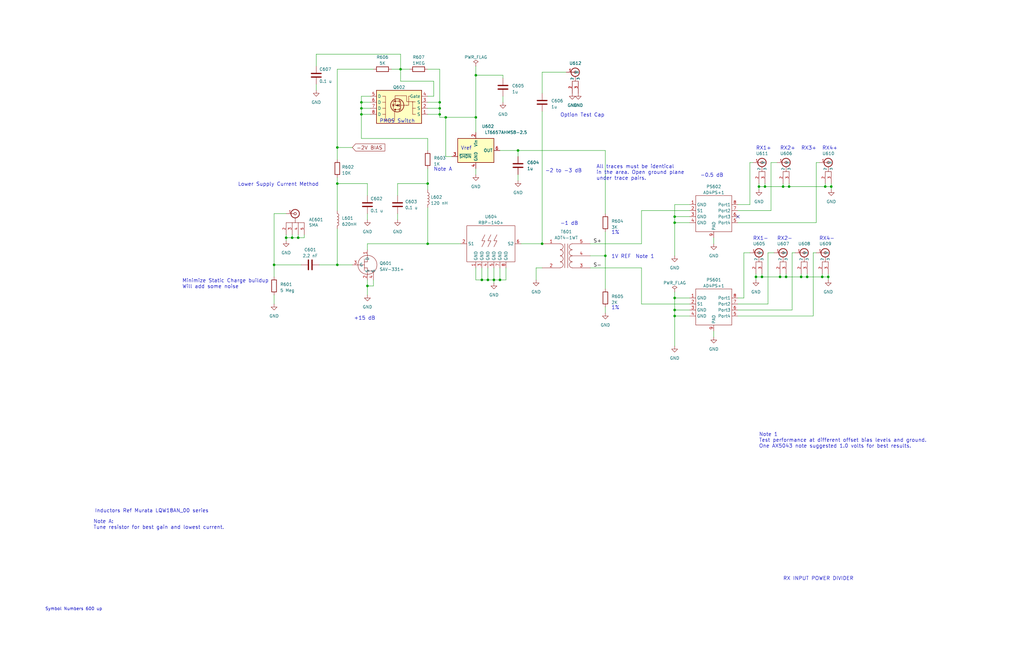
<source format=kicad_sch>
(kicad_sch (version 20230121) (generator eeschema)
  (paper "USLedger")
  (title_block (title "Radiation Tolerant PacSat Communication") (date "2023-06-17") (rev "A") (company "AMSAT-NA") (comment 1 "N5BRG"))
  (lib_symbols
    (symbol "Device:C" (pin_numbers hide) (pin_names (offset 0.254))
      (property "Reference" "C" (at 0.635 2.54 0))
      (property "Value" "C" (at 0.635 -2.54 0))
      (symbol "C_0_1"
        (polyline (pts (xy -2.032 -0.762) (xy 2.032 -0.762)) (stroke (width 0.508)))
        (polyline (pts (xy -2.032 0.762) (xy 2.032 0.762)) (stroke (width 0.508)))
      )
      (symbol "C_1_1"
        (pin passive line (at 0 3.81 270) (length 2.794) (name "~") (number "1"))
        (pin passive line (at 0 -3.81 90) (length 2.794) (name "~") (number "2"))
      )
    )
    (symbol "Device:L" (pin_numbers hide) (pin_names (offset 1.016) hide)
      (property "Reference" "L" (at -1.27 0 90))
      (property "Value" "L" (at 1.905 0 90))
      (symbol "L_0_1"
        (arc (start 0 -2.54) (mid 0.6323 -1.905) (end 0 -1.27))
        (arc (start 0 -1.27) (mid 0.6323 -0.635) (end 0 0))
        (arc (start 0 0) (mid 0.6323 0.635) (end 0 1.27))
        (arc (start 0 1.27) (mid 0.6323 1.905) (end 0 2.54))
      )
      (symbol "L_1_1"
        (pin passive line (at 0 3.81 270) (length 1.27) (name "1") (number "1"))
        (pin passive line (at 0 -3.81 90) (length 1.27) (name "2") (number "2"))
      )
    )
    (symbol "Device:R" (pin_numbers hide) (pin_names (offset 0))
      (property "Reference" "R" (at 2.032 0 90))
      (property "Value" "R" (at 0 0 90))
      (symbol "R_0_1"
        (rectangle (start -1.016 -2.54) (end 1.016 2.54) (stroke (width 0.254)))
      )
      (symbol "R_1_1"
        (pin passive line (at 0 3.81 270) (length 1.27) (name "~") (number "1"))
        (pin passive line (at 0 -3.81 90) (length 1.27) (name "~") (number "2"))
      )
    )
    (symbol "PACSAT_DEV_misc:SMA" (pin_names (offset 1.016) hide)
      (property "Reference" "U155" (at -5.7658 -2.5146 0))
      (property "Value" "SMA" (at -5.7658 -4.826 0))
      (symbol "SMA_0_1"
        (polyline (pts (xy -3.81 -3.81) (xy 3.81 -3.81)))
        (polyline (pts (xy 0 -3.81) (xy 0 -1.778)))
        (circle (center 0 0) (radius 0.508) (stroke (width 0.2032)))
        (circle (center 0 0) (radius 1.778) (stroke (width 0.3048)))
      )
      (symbol "SMA_1_1"
        (pin passive line (at -3.81 0 0) (length 3.302) (name "In") (number "1"))
        (pin passive line (at -3.81 -8.89 90) (length 5.08) (name "Body") (number "2"))
        (pin input line (at -1.27 -8.89 90) (length 5.08) (name "3") (number "3"))
        (pin passive line (at 1.27 -8.89 90) (length 5.08) (name "4") (number "4"))
        (pin passive line (at 3.81 -8.89 90) (length 5.08) (name "5") (number "5"))
      )
    )
    (symbol "PACSAT_DEV_misc:TPS1100"
      (property "Reference" "Q?" (at 6.35 -8.89 0))
      (symbol "TPS1100_0_1"
        (rectangle (start -8.89 7.62) (end 10.16 -6.35) (stroke (width 0.254)) (fill (type background)))
        (polyline (pts (xy -2.54 0) (xy -3.4176 -0.012)))
        (polyline (pts (xy 0 0) (xy -2.794 0)))
        (polyline (pts (xy 0 1.905) (xy 0 -1.905)) (stroke (width 0.254)))
        (polyline (pts (xy 0.508 -1.27) (xy 0.508 -2.286)) (stroke (width 0.254)))
        (polyline (pts (xy 0.508 0.508) (xy 0.508 -0.508)) (stroke (width 0.254)))
        (polyline (pts (xy 0.508 2.286) (xy 0.508 1.27)) (stroke (width 0.254)))
        (polyline (pts (xy 2.286 2.54) (xy 2.286 1.778)))
        (polyline (pts (xy 6.35 -1.27) (xy 7.62 -1.27)))
        (polyline (pts (xy 6.35 1.27) (xy 7.62 1.27)))
        (polyline (pts (xy 6.35 3.81) (xy 7.62 3.81)))
        (polyline (pts (xy -5.08 -1.27) (xy -5.08 1.27) (xy -6.35 1.27)))
        (polyline (pts (xy -5.08 -1.27) (xy -5.0512 -1.5491) (xy -5.031 -1.448)))
        (polyline (pts (xy -5.08 1.27) (xy -5.08 3.81) (xy -6.35 3.81)))
        (polyline (pts (xy -4.9501 -1.4683) (xy -6.1836 -1.4683) (xy -6.1229 -1.3874)))
        (polyline (pts (xy -3.4162 -0.0461) (xy -3.4162 -3.8561) (xy -4.2419 -3.8037)))
        (polyline (pts (xy 2.286 -2.54) (xy 2.286 0) (xy 0.508 0)))
        (polyline (pts (xy 0.508 1.778) (xy 3.048 1.778) (xy 3.048 -1.778) (xy 0.508 -1.778)))
        (polyline (pts (xy 2.032 0) (xy 1.016 0.381) (xy 1.016 -0.381) (xy 2.032 0)) (fill (type outline)))
        (polyline (pts (xy 2.54 -0.508) (xy 2.667 -0.381) (xy 3.429 -0.381) (xy 3.556 -0.254)))
        (polyline (pts (xy 3.048 -0.381) (xy 2.667 0.254) (xy 3.429 0.254) (xy 3.048 -0.381)))
        (polyline (pts (xy 2.3285 -2.7575) (xy 2.3285 -4.0275) (xy -2.5549 -4.0212) (xy -2.5549 -1.5919) (xy -5.2915 -1.4875)))
        (polyline (pts (xy 2.54 2.54) (xy 2.54 6.35) (xy 6.35 6.35) (xy 6.35 -3.81) (xy 7.62 -3.81)))
        (circle (center 1.397 0) (radius 2.794) (stroke (width 0.254)))
        (circle (center 2.286 -1.778) (radius 0.254) (fill (type outline)))
        (circle (center 2.286 1.778) (radius 0.254) (fill (type outline)))
      )
      (symbol "TPS1100_1_1"
        (pin passive line (at -11.43 3.81 0) (length 2.54) (name "S") (number "1"))
        (pin passive line (at -11.43 1.27 0) (length 2.54) (name "S") (number "2"))
        (pin passive line (at -11.43 -1.27 0) (length 2.54) (name "S") (number "3"))
        (pin input line (at -11.43 -3.81 0) (length 2.54) (name "Gate") (number "4"))
        (pin passive line (at 12.7 -3.81 180) (length 2.54) (name "D") (number "5"))
        (pin passive line (at 12.7 -1.27 180) (length 2.54) (name "D") (number "6"))
        (pin passive line (at 12.7 1.27 180) (length 2.54) (name "D") (number "7"))
        (pin passive line (at 12.7 3.81 180) (length 2.54) (name "D") (number "8"))
      )
    )
    (symbol "PACSAT_DEV_misc:U_FL"
      (property "Reference" "U" (at -3.81 2.54 0))
      (symbol "U_FL_0_1"
        (polyline (pts (xy -1.27 -3.81) (xy 1.27 -3.81)))
        (polyline (pts (xy 0 -3.81) (xy 0 -1.778)))
        (circle (center 0 0) (radius 0.508) (stroke (width 0.2032)))
        (circle (center 0 0) (radius 1.778) (stroke (width 0.3048)))
      )
      (symbol "U_FL_1_1"
        (pin bidirectional line (at -3.81 0 0) (length 3.302) (name "In") (number "1"))
        (pin power_in line (at -1.27 -8.89 90) (length 5.08) (name "2") (number "2"))
        (pin power_in line (at 1.27 -8.89 90) (length 5.08) (name "3") (number "3"))
      )
    )
    (symbol "PACSAT_Minicircuits:AD4PS+1"
      (property "Reference" "PS602" (at 0 11.43 0))
      (property "Value" "AD4PS+1" (at 0 8.89 0))
      (symbol "AD4PS+1_0_1"
        (rectangle (start -7.62 7.62) (end 7.62 -7.62))
      )
      (symbol "AD4PS+1_1_1"
        (pin power_in line (at -10.16 3.81 0) (length 2.54) (name "GND") (number "1"))
        (pin input line (at -10.16 1.27 0) (length 2.54) (name "S1") (number "2"))
        (pin power_in line (at -10.16 -1.27 0) (length 2.54) (name "GND") (number "3"))
        (pin power_in line (at -10.16 -3.81 0) (length 2.54) (name "GND") (number "4"))
        (pin output line (at 10.16 -3.81 180) (length 2.54) (name "Port4") (number "5"))
        (pin output line (at 10.16 -1.27 180) (length 2.54) (name "Port3") (number "6"))
        (pin output line (at 10.16 1.27 180) (length 2.54) (name "Port2") (number "7"))
        (pin output line (at 10.16 3.81 180) (length 2.54) (name "Port1") (number "8"))
        (pin power_in line (at 0 -10.16 90) (length 2.54) (name "PAD") (number "9"))
      )
    )
    (symbol "PACSAT_Minicircuits:RBP-140+_1"
      (property "Reference" "U603" (at 10.16 5.08 0))
      (property "Value" "RBP-140+" (at 10.16 2.54 0))
      (symbol "RBP-140+_1_0_0"
        (polyline (pts (xy 6.35 -8.89) (xy 7.62 -6.35) (xy 6.35 -6.35) (xy 7.62 -3.81)))
        (polyline (pts (xy 8.89 -8.89) (xy 10.16 -6.35) (xy 8.89 -6.35) (xy 10.16 -3.81)))
        (polyline (pts (xy 11.43 -8.89) (xy 12.7 -6.35) (xy 11.43 -6.35) (xy 12.7 -3.81)))
      )
      (symbol "RBP-140+_1_0_1"
        (rectangle (start 0 0) (end 20.32 -15.24))
      )
      (symbol "RBP-140+_1_1_1"
        (pin power_in line (at 3.81 -17.78 90) (length 2.54) (name "GND") (number "1"))
        (pin input line (at -2.54 -7.62 0) (length 2.54) (name "S1") (number "2"))
        (pin power_in line (at 6.35 -17.78 90) (length 2.54) (name "GND") (number "3"))
        (pin power_in line (at 8.89 -17.78 90) (length 2.54) (name "GND") (number "4"))
        (pin power_in line (at 11.43 -17.78 90) (length 2.54) (name "GND") (number "5"))
        (pin output line (at 22.86 -7.62 180) (length 2.54) (name "S2") (number "6"))
        (pin power_in line (at 13.97 -17.78 90) (length 2.54) (name "GND") (number "7"))
        (pin power_in line (at 16.51 -17.78 90) (length 2.54) (name "GND") (number "8"))
      )
    )
    (symbol "PACSAT_Minicircuits:SAV-331+"
      (property "Reference" "U601" (at 5.08 0.635 0))
      (property "Value" "SAV-331+" (at 5.08 -1.905 0))
      (symbol "SAV-331+_0_1"
        (polyline (pts (xy -2.54 0) (xy -3.81 0)))
        (polyline (pts (xy -1.27 -1.27) (xy -1.27 -2.54)))
        (polyline (pts (xy -1.27 0) (xy -2.54 0)))
        (polyline (pts (xy -1.27 1.27) (xy -1.27 2.54)))
        (polyline (pts (xy 0 -2.54) (xy 0 -3.81)))
        (polyline (pts (xy 0 1.27) (xy 0 2.54)))
        (polyline (pts (xy 0 2.54) (xy 0 3.81)))
        (polyline (pts (xy -1.27 -1.27) (xy 0 -1.27) (xy 0 -2.54)))
        (polyline (pts (xy 0 -2.54) (xy 2.54 -2.54) (xy 2.54 -3.81)))
        (polyline (pts (xy -1.27 1.27) (xy -1.27 -1.27) (xy -1.27 1.27) (xy -1.27 0) (xy -1.27 1.27) (xy 0 1.27)))
        (circle (center 0 0) (radius 4.0161))
      )
      (symbol "SAV-331+_1_1"
        (pin input line (at 0 6.35 270) (length 2.54) (name "D") (number "1"))
        (pin input line (at 0 -6.35 90) (length 2.54) (name "S") (number "2"))
        (pin input line (at -6.35 0 0) (length 2.54) (name "G") (number "3"))
        (pin input line (at 2.54 -6.35 90) (length 2.54) (name "S") (number "4"))
      )
    )
    (symbol "PACSAT_Minicircuits:Transformer_1P_SS" (pin_names (offset 1.016) hide)
      (property "Reference" "T601" (at 0.0127 10.16 0))
      (property "Value" "ADT4-1WT" (at 0.0127 7.62 0))
      (symbol "Transformer_1P_SS_0_1"
        (arc (start -2.54 -5.0546) (mid -1.6599 -4.6901) (end -1.27 -3.81))
        (arc (start -2.54 -2.5146) (mid -1.6599 -2.1501) (end -1.27 -1.27))
        (arc (start -2.54 0.0254) (mid -1.6599 0.3899) (end -1.27 1.27))
        (arc (start -2.54 2.5654) (mid -1.6599 2.9299) (end -1.27 3.81))
        (arc (start -1.27 -3.81) (mid -1.642 -2.912) (end -2.54 -2.54))
        (arc (start -1.27 -1.27) (mid -1.642 -0.372) (end -2.54 0))
        (arc (start -1.27 1.27) (mid -1.642 2.168) (end -2.54 2.54))
        (arc (start -1.27 3.81) (mid -1.642 4.708) (end -2.54 5.08))
        (polyline (pts (xy -0.635 5.08) (xy -0.635 -5.08)))
        (polyline (pts (xy 0.635 -5.08) (xy 0.635 5.08)))
        (arc (start 1.2954 -1.27) (mid 1.6599 -2.1501) (end 2.54 -2.5146))
        (arc (start 1.2954 1.27) (mid 1.6599 0.3899) (end 2.54 0.0254))
        (arc (start 1.2954 3.81) (mid 1.6599 2.9299) (end 2.54 2.5654))
        (arc (start 1.3208 -3.81) (mid 1.6853 -4.6901) (end 2.5654 -5.0546))
        (arc (start 2.54 0) (mid 1.642 -0.372) (end 1.2954 -1.27))
        (arc (start 2.54 2.54) (mid 1.642 2.168) (end 1.2954 1.27))
        (arc (start 2.54 5.08) (mid 1.642 4.708) (end 1.2954 3.81))
        (arc (start 2.5654 -2.54) (mid 1.6674 -2.912) (end 1.3208 -3.81))
      )
      (symbol "Transformer_1P_SS_1_1"
        (pin passive line (at -10.16 5.08 0) (length 7.62) (name "AA") (number "1"))
        (pin passive line (at -10.16 -5.08 0) (length 7.62) (name "AB") (number "2"))
        (pin passive line (at 10.16 -5.08 180) (length 7.62) (name "SA") (number "3"))
        (pin passive line (at 10.16 0 180) (length 7.62) (name "SC") (number "4"))
        (pin passive line (at 10.16 5.08 180) (length 7.62) (name "SB") (number "5"))
        (pin no_connect line (at 0 -7.62 0) (length 2.54) hide (name "NC") (number "6"))
      )
    )
    (symbol "Reference_Voltage:LT6657AHMS8-2.5"
      (property "Reference" "U" (at -7.62 6.35 0))
      (property "Value" "LT6657AHMS8-2.5" (at 2.54 6.35 0))
      (symbol "LT6657AHMS8-2.5_0_1"
        (rectangle (start -7.62 5.08) (end 7.62 -5.08) (stroke (width 0.254)) (fill (type background)))
      )
      (symbol "LT6657AHMS8-2.5_1_1"
        (pin no_connect line (at 7.62 -2.54 180) (length 2.54) hide (name "DNC") (number "1"))
        (pin power_in line (at 0 7.62 270) (length 2.54) (name "Vin") (number "2"))
        (pin input line (at -10.16 -2.54 0) (length 2.54) (name "~{SHDN}") (number "3"))
        (pin power_in line (at 0 -7.62 90) (length 2.54) (name "GND") (number "4"))
        (pin no_connect line (at -7.62 0 0) (length 2.54) hide (name "DNC") (number "5"))
        (pin power_out line (at 10.16 0 180) (length 2.54) (name "OUT") (number "6"))
        (pin no_connect line (at -7.62 2.54 0) (length 2.54) hide (name "DNC") (number "7"))
        (pin no_connect line (at 7.62 2.54 180) (length 2.54) hide (name "DNC") (number "8"))
      )
    )
    (symbol "power:GND" (power) (pin_names (offset 0))
      (property "Value" "GND" (at 0 -3.81 0))
      (symbol "GND_0_1"
        (polyline (pts (xy 0 0) (xy 0 -1.27) (xy 1.27 -1.27) (xy 0 -2.54) (xy -1.27 -1.27) (xy 0 -1.27)))
      )
      (symbol "GND_1_1"
        (pin power_in line (at 0 0 270) (length 0) hide (name "GND") (number "1"))
      )
    )
    (symbol "power:PWR_FLAG" (power) (pin_numbers hide) (pin_names (offset 0) hide)
      (property "Value" "PWR_FLAG" (at 0 3.81 0))
      (symbol "PWR_FLAG_0_0"
        (pin power_out line (at 0 0 90) (length 0) (name "pwr") (number "1"))
      )
      (symbol "PWR_FLAG_0_1"
        (polyline (pts (xy 0 0) (xy 0 1.27) (xy -1.016 1.905) (xy 0 2.54) (xy 1.016 1.905) (xy 0 1.27)))
      )
    )
  )
  (junction (at 142.24 62.23))
  (junction (at 125.73 100.33))
  (junction (at 180.34 102.87))
  (junction (at 168.91 29.21))
  (junction (at 218.44 63.5))
  (junction (at 255.27 107.95))
  (junction (at 152.4 43.18))
  (junction (at 284.48 130.81))
  (junction (at 154.94 120.65))
  (junction (at 347.98 78.74))
  (junction (at 284.48 133.35))
  (junction (at 208.28 118.11))
  (junction (at 115.57 111.76))
  (junction (at 203.2 118.11))
  (junction (at 328.93 116.84))
  (junction (at 337.82 116.84))
  (junction (at 142.24 77.47))
  (junction (at 187.96 49.53))
  (junction (at 284.48 93.98))
  (junction (at 152.4 48.26))
  (junction (at 346.71 116.84))
  (junction (at 340.36 116.84))
  (junction (at 185.42 43.18))
  (junction (at 322.58 78.74))
  (junction (at 284.48 125.73))
  (junction (at 332.74 78.74))
  (junction (at 142.24 111.76))
  (junction (at 331.47 116.84))
  (junction (at 210.82 118.11))
  (junction (at 318.77 116.84))
  (junction (at 200.66 49.53))
  (junction (at 152.4 45.72))
  (junction (at 123.19 100.33))
  (junction (at 120.65 100.33))
  (junction (at 185.42 45.72))
  (junction (at 200.66 31.75))
  (junction (at 330.2 78.74))
  (junction (at 321.31 116.84))
  (junction (at 284.48 91.44))
  (junction (at 228.6 102.87))
  (junction (at 185.42 48.26))
  (junction (at 320.04 78.74))
  (junction (at 205.74 118.11))
  (junction (at 350.52 78.74))
  (junction (at 180.34 77.47))
  (junction (at 349.25 116.84))
  (no_connect (at 311.15 91.44))
  (wire (pts (xy 311.15 86.36) (xy 316.23 86.36)))
  (wire (pts (xy 168.91 34.29) (xy 168.91 29.21)))
  (wire (pts (xy 156.21 40.64) (xy 152.4 40.64)))
  (wire (pts (xy 270.51 102.87) (xy 270.51 88.9)))
  (wire (pts (xy 284.48 130.81) (xy 284.48 133.35)))
  (wire (pts (xy 344.17 68.58) (xy 344.17 93.98)))
  (wire (pts (xy 270.51 128.27) (xy 290.83 128.27)))
  (wire (pts (xy 316.23 68.58) (xy 316.23 86.36)))
  (wire (pts (xy 213.36 118.11) (xy 210.82 118.11)))
  (wire (pts (xy 218.44 73.66) (xy 218.44 76.2)))
  (wire (pts (xy 200.66 71.12) (xy 200.66 73.66)))
  (wire (pts (xy 248.92 102.87) (xy 270.51 102.87)))
  (wire (pts (xy 318.77 115.57) (xy 318.77 116.84)))
  (wire (pts (xy 200.66 27.94) (xy 200.66 31.75)))
  (wire (pts (xy 284.48 93.98) (xy 284.48 107.95)))
  (wire (pts (xy 330.2 78.74) (xy 332.74 78.74)))
  (wire (pts (xy 180.34 43.18) (xy 185.42 43.18)))
  (wire (pts (xy 205.74 118.11) (xy 208.28 118.11)))
  (wire (pts (xy 340.36 116.84) (xy 346.71 116.84)))
  (wire (pts (xy 168.91 29.21) (xy 172.72 29.21)))
  (wire (pts (xy 185.42 45.72) (xy 185.42 43.18)))
  (wire (pts (xy 200.66 31.75) (xy 212.09 31.75)))
  (wire (pts (xy 115.57 90.17) (xy 115.57 111.76)))
  (wire (pts (xy 313.69 106.68) (xy 316.23 106.68)))
  (wire (pts (xy 255.27 63.5) (xy 255.27 90.17)))
  (wire (pts (xy 317.5 68.58) (xy 316.23 68.58)))
  (wire (pts (xy 284.48 133.35) (xy 290.83 133.35)))
  (wire (pts (xy 180.34 77.47) (xy 180.34 80.01)))
  (wire (pts (xy 168.91 34.29) (xy 182.88 34.29)))
  (wire (pts (xy 152.4 48.26) (xy 156.21 48.26)))
  (wire (pts (xy 120.65 100.33) (xy 120.65 101.6)))
  (wire (pts (xy 203.2 118.11) (xy 200.66 118.11)))
  (wire (pts (xy 125.73 100.33) (xy 128.27 100.33)))
  (wire (pts (xy 180.34 48.26) (xy 185.42 48.26)))
  (wire (pts (xy 180.34 45.72) (xy 185.42 45.72)))
  (wire (pts (xy 300.99 139.7) (xy 300.99 142.24)))
  (wire (pts (xy 152.4 40.64) (xy 152.4 43.18)))
  (wire (pts (xy 115.57 111.76) (xy 127 111.76)))
  (wire (pts (xy 167.64 82.55) (xy 167.64 77.47)))
  (wire (pts (xy 187.96 49.53) (xy 187.96 66.04)))
  (wire (pts (xy 182.88 40.64) (xy 182.88 34.29)))
  (wire (pts (xy 228.6 46.99) (xy 228.6 102.87)))
  (wire (pts (xy 142.24 77.47) (xy 154.94 77.47)))
  (wire (pts (xy 284.48 91.44) (xy 290.83 91.44)))
  (wire (pts (xy 290.83 86.36) (xy 284.48 86.36)))
  (wire (pts (xy 323.85 106.68) (xy 323.85 128.27)))
  (wire (pts (xy 311.15 125.73) (xy 313.69 125.73)))
  (wire (pts (xy 210.82 113.03) (xy 210.82 118.11)))
  (wire (pts (xy 208.28 113.03) (xy 208.28 118.11)))
  (wire (pts (xy 255.27 63.5) (xy 218.44 63.5)))
  (wire (pts (xy 167.64 77.47) (xy 180.34 77.47)))
  (wire (pts (xy 120.65 99.06) (xy 120.65 100.33)))
  (wire (pts (xy 125.73 99.06) (xy 125.73 100.33)))
  (wire (pts (xy 255.27 97.79) (xy 255.27 107.95)))
  (wire (pts (xy 133.35 22.86) (xy 133.35 27.94)))
  (wire (pts (xy 142.24 62.23) (xy 142.24 67.31)))
  (wire (pts (xy 318.77 116.84) (xy 318.77 118.11)))
  (wire (pts (xy 142.24 29.21) (xy 142.24 62.23)))
  (wire (pts (xy 203.2 113.03) (xy 203.2 118.11)))
  (wire (pts (xy 350.52 78.74) (xy 350.52 77.47)))
  (wire (pts (xy 123.19 99.06) (xy 123.19 100.33)))
  (wire (pts (xy 320.04 78.74) (xy 320.04 80.01)))
  (wire (pts (xy 311.15 130.81) (xy 334.01 130.81)))
  (wire (pts (xy 311.15 133.35) (xy 342.9 133.35)))
  (wire (pts (xy 284.48 93.98) (xy 290.83 93.98)))
  (wire (pts (xy 226.06 113.03) (xy 228.6 113.03)))
  (wire (pts (xy 340.36 115.57) (xy 340.36 116.84)))
  (wire (pts (xy 142.24 77.47) (xy 142.24 88.9)))
  (wire (pts (xy 154.94 118.11) (xy 154.94 120.65)))
  (wire (pts (xy 200.66 55.88) (xy 200.66 49.53)))
  (wire (pts (xy 255.27 129.54) (xy 255.27 132.08)))
  (wire (pts (xy 142.24 77.47) (xy 142.24 74.93)))
  (wire (pts (xy 218.44 66.04) (xy 218.44 63.5)))
  (wire (pts (xy 154.94 102.87) (xy 154.94 105.41)))
  (wire (pts (xy 226.06 118.11) (xy 226.06 113.03)))
  (wire (pts (xy 142.24 96.52) (xy 142.24 111.76)))
  (wire (pts (xy 325.12 68.58) (xy 325.12 88.9)))
  (wire (pts (xy 284.48 123.19) (xy 284.48 125.73)))
  (wire (pts (xy 311.15 88.9) (xy 325.12 88.9)))
  (wire (pts (xy 168.91 22.86) (xy 168.91 29.21)))
  (wire (pts (xy 337.82 115.57) (xy 337.82 116.84)))
  (wire (pts (xy 157.48 118.11) (xy 157.48 120.65)))
  (wire (pts (xy 228.6 30.48) (xy 228.6 39.37)))
  (wire (pts (xy 190.5 66.04) (xy 187.96 66.04)))
  (wire (pts (xy 152.4 43.18) (xy 152.4 45.72)))
  (wire (pts (xy 290.83 125.73) (xy 284.48 125.73)))
  (wire (pts (xy 210.82 118.11) (xy 208.28 118.11)))
  (wire (pts (xy 347.98 77.47) (xy 347.98 78.74)))
  (wire (pts (xy 331.47 115.57) (xy 331.47 116.84)))
  (wire (pts (xy 120.65 100.33) (xy 123.19 100.33)))
  (wire (pts (xy 321.31 116.84) (xy 328.93 116.84)))
  (wire (pts (xy 322.58 77.47) (xy 322.58 78.74)))
  (wire (pts (xy 123.19 100.33) (xy 125.73 100.33)))
  (wire (pts (xy 345.44 68.58) (xy 344.17 68.58)))
  (wire (pts (xy 180.34 58.42) (xy 180.34 63.5)))
  (wire (pts (xy 180.34 87.63) (xy 180.34 102.87)))
  (wire (pts (xy 284.48 133.35) (xy 284.48 146.05)))
  (wire (pts (xy 212.09 40.64) (xy 212.09 43.18)))
  (wire (pts (xy 167.64 90.17) (xy 167.64 92.71)))
  (wire (pts (xy 313.69 106.68) (xy 313.69 125.73)))
  (wire (pts (xy 120.65 90.17) (xy 115.57 90.17)))
  (wire (pts (xy 134.62 111.76) (xy 142.24 111.76)))
  (wire (pts (xy 180.34 29.21) (xy 185.42 29.21)))
  (wire (pts (xy 228.6 30.48) (xy 238.76 30.48)))
  (wire (pts (xy 331.47 116.84) (xy 337.82 116.84)))
  (wire (pts (xy 328.93 116.84) (xy 331.47 116.84)))
  (wire (pts (xy 270.51 113.03) (xy 270.51 128.27)))
  (wire (pts (xy 154.94 120.65) (xy 157.48 120.65)))
  (wire (pts (xy 347.98 78.74) (xy 350.52 78.74)))
  (wire (pts (xy 284.48 130.81) (xy 290.83 130.81)))
  (wire (pts (xy 270.51 88.9) (xy 290.83 88.9)))
  (wire (pts (xy 248.92 107.95) (xy 255.27 107.95)))
  (wire (pts (xy 334.01 130.81) (xy 334.01 106.68)))
  (wire (pts (xy 200.66 118.11) (xy 200.66 113.03)))
  (wire (pts (xy 349.25 116.84) (xy 349.25 118.11)))
  (wire (pts (xy 349.25 116.84) (xy 349.25 115.57)))
  (wire (pts (xy 185.42 48.26) (xy 185.42 49.53)))
  (wire (pts (xy 185.42 49.53) (xy 187.96 49.53)))
  (wire (pts (xy 335.28 106.68) (xy 334.01 106.68)))
  (wire (pts (xy 332.74 78.74) (xy 347.98 78.74)))
  (wire (pts (xy 154.94 102.87) (xy 180.34 102.87)))
  (wire (pts (xy 115.57 111.76) (xy 115.57 116.84)))
  (wire (pts (xy 152.4 58.42) (xy 180.34 58.42)))
  (wire (pts (xy 185.42 45.72) (xy 185.42 48.26)))
  (wire (pts (xy 284.48 91.44) (xy 284.48 93.98)))
  (wire (pts (xy 142.24 62.23) (xy 148.59 62.23)))
  (wire (pts (xy 342.9 106.68) (xy 342.9 133.35)))
  (wire (pts (xy 128.27 99.06) (xy 128.27 100.33)))
  (wire (pts (xy 203.2 118.11) (xy 205.74 118.11)))
  (wire (pts (xy 311.15 93.98) (xy 344.17 93.98)))
  (wire (pts (xy 344.17 106.68) (xy 342.9 106.68)))
  (wire (pts (xy 154.94 77.47) (xy 154.94 82.55)))
  (wire (pts (xy 208.28 118.11) (xy 208.28 119.38)))
  (wire (pts (xy 200.66 31.75) (xy 200.66 49.53)))
  (wire (pts (xy 346.71 115.57) (xy 346.71 116.84)))
  (wire (pts (xy 212.09 33.02) (xy 212.09 31.75)))
  (wire (pts (xy 337.82 116.84) (xy 340.36 116.84)))
  (wire (pts (xy 152.4 45.72) (xy 152.4 48.26)))
  (wire (pts (xy 219.71 102.87) (xy 228.6 102.87)))
  (wire (pts (xy 330.2 77.47) (xy 330.2 78.74)))
  (wire (pts (xy 300.99 100.33) (xy 300.99 102.87)))
  (wire (pts (xy 115.57 124.46) (xy 115.57 128.27)))
  (wire (pts (xy 154.94 90.17) (xy 154.94 92.71)))
  (wire (pts (xy 133.35 35.56) (xy 133.35 38.1)))
  (wire (pts (xy 311.15 128.27) (xy 323.85 128.27)))
  (wire (pts (xy 152.4 43.18) (xy 156.21 43.18)))
  (wire (pts (xy 133.35 22.86) (xy 168.91 22.86)))
  (wire (pts (xy 248.92 113.03) (xy 270.51 113.03)))
  (wire (pts (xy 213.36 113.03) (xy 213.36 118.11)))
  (wire (pts (xy 255.27 107.95) (xy 255.27 121.92)))
  (wire (pts (xy 332.74 77.47) (xy 332.74 78.74)))
  (wire (pts (xy 185.42 29.21) (xy 185.42 43.18)))
  (wire (pts (xy 180.34 102.87) (xy 194.31 102.87)))
  (wire (pts (xy 322.58 78.74) (xy 330.2 78.74)))
  (wire (pts (xy 210.82 63.5) (xy 218.44 63.5)))
  (wire (pts (xy 284.48 125.73) (xy 284.48 130.81)))
  (wire (pts (xy 154.94 120.65) (xy 154.94 124.46)))
  (wire (pts (xy 320.04 78.74) (xy 322.58 78.74)))
  (wire (pts (xy 152.4 45.72) (xy 156.21 45.72)))
  (wire (pts (xy 320.04 77.47) (xy 320.04 78.74)))
  (wire (pts (xy 318.77 116.84) (xy 321.31 116.84)))
  (wire (pts (xy 321.31 115.57) (xy 321.31 116.84)))
  (wire (pts (xy 284.48 86.36) (xy 284.48 91.44)))
  (wire (pts (xy 142.24 111.76) (xy 148.59 111.76)))
  (wire (pts (xy 180.34 71.12) (xy 180.34 77.47)))
  (wire (pts (xy 327.66 68.58) (xy 325.12 68.58)))
  (wire (pts (xy 328.93 115.57) (xy 328.93 116.84)))
  (wire (pts (xy 346.71 116.84) (xy 349.25 116.84)))
  (wire (pts (xy 152.4 48.26) (xy 152.4 58.42)))
  (wire (pts (xy 180.34 40.64) (xy 182.88 40.64)))
  (wire (pts (xy 187.96 49.53) (xy 200.66 49.53)))
  (wire (pts (xy 205.74 113.03) (xy 205.74 118.11)))
  (wire (pts (xy 350.52 78.74) (xy 350.52 80.01)))
  (wire (pts (xy 142.24 29.21) (xy 157.48 29.21)))
  (wire (pts (xy 326.39 106.68) (xy 323.85 106.68)))
  (wire (pts (xy 165.1 29.21) (xy 168.91 29.21)))
  (text "Vref" (at 194.31 63.5 0) (effects (font (size 1.524 1.524)) (justify left bottom)))
  (text "-0.5 dB" (at 295.275 74.93 0) (effects (font (size 1.524 1.524)) (justify left bottom)))
  (text "Note 1\nTest performance at different offset bias levels and ground.\nOne AX5043 note suggested 1.0 volts for best results." (at 320.04 189.23 0) (effects (font (size 1.524 1.524)) (justify left bottom)))
  (text "RX4-" (at 345.44 101.6 0) (effects (font (size 1.524 1.524)) (justify left bottom)))
  (text "Lower Supply Current Method" (at 100.33 78.74 0) (effects (font (size 1.524 1.524)) (justify left bottom)))
  (text "All traces must be identical\nin the area. Open ground plane \nunder trace pairs." (at 251.46 76.2 0) (effects (font (size 1.524 1.524)) (justify left bottom)))
  (text "RX3+" (at 337.82 63.5 0) (effects (font (size 1.524 1.524)) (justify left bottom)))
  (text "Note A" (at 182.88 72.39 0) (effects (font (size 1.524 1.524)) (justify left bottom)))
  (text "1%" (at 257.81 130.81 0) (effects (font (size 1.524 1.524)) (justify left bottom)))
  (text "Note A:\nTune resistor for best gain and lowest current." (at 39.37 223.52 0) (effects (font (size 1.524 1.524)) (justify left bottom)))
  (text "Option Test Cap" (at 236.22 49.53 0) (effects (font (size 1.524 1.524)) (justify left bottom)))
  (text "PMOS Switch" (at 160.02 52.07 0) (effects (font (size 1.524 1.524)) (justify left bottom)))
  (text "RX2+" (at 328.93 63.5 0) (effects (font (size 1.524 1.524)) (justify left bottom)))
  (text "RX1+" (at 318.77 63.5 0) (effects (font (size 1.524 1.524)) (justify left bottom)))
  (text "RX4+" (at 346.71 63.5 0) (effects (font (size 1.524 1.524)) (justify left bottom)))
  (text "RX1-" (at 317.5 101.6 0) (effects (font (size 1.524 1.524)) (justify left bottom)))
  (text "Minimize Static Charge buildup\nWill add some noise" (at 76.835 121.92 0) (effects (font (size 1.524 1.524)) (justify left bottom)))
  (text "-1 dB" (at 236.22 95.25 0) (effects (font (size 1.524 1.524)) (justify left bottom)))
  (text "RX INPUT POWER DIVIDER" (at 330.2 245.11 0) (effects (font (size 1.524 1.524)) (justify left bottom)))
  (text "+15 dB" (at 149.225 135.255 0) (effects (font (size 1.524 1.524)) (justify left bottom)))
  (text "RX2-" (at 327.66 101.6 0) (effects (font (size 1.524 1.524)) (justify left bottom)))
  (text "Note 1" (at 267.97 109.22 0) (effects (font (size 1.524 1.524)) (justify left bottom)))
  (text "-2 to -3 dB" (at 229.87 73.025 0) (effects (font (size 1.524 1.524)) (justify left bottom)))
  (text "1%" (at 257.81 99.06 0) (effects (font (size 1.524 1.524)) (justify left bottom)))
  (text "Symbol Numbers 600 up" (at 19.05 257.81 0) (effects (font (size 1.27 1.27)) (justify left bottom)))
  (text "1V REF" (at 257.81 109.22 0) (effects (font (size 1.524 1.524)) (justify left bottom)))
  (text "Inductors Ref Murata LQW18AN_00 series" (at 40.005 216.535 0) (effects (font (size 1.524 1.524)) (justify left bottom)))
  (label "S+" (at 250.19 102.87 0) (effects (font (size 1.524 1.524))))
  (label "S-" (at 250.19 113.03 0) (effects (font (size 1.524 1.524))))
  (global_label "-2V BIAS" (shape input) (at 148.59 62.23 0) (effects (font (size 1.524 1.524))) (property "Intersheetrefs" "${INTERSHEET_REFS}" (effects hide)))
  (symbol (lib_id "power:GND") (at 133.35 38.1 0) (unit 1)
    (property "Reference" "#PWR0192" (effects hide))
    (property "Value" "GND" (at 133.35 43.18 0))
  )
  (symbol (lib_id "power:GND") (at 120.65 101.6 0) (unit 1)
    (property "Reference" "#PWR0605" (effects hide))
    (property "Value" "GND" (at 120.65 106.68 0))
  )
  (symbol (lib_id "power:GND") (at 154.94 92.71 0) (unit 1)
    (property "Reference" "#PWR0603" (effects hide))
    (property "Value" "GND" (at 154.94 97.79 0))
  )
  (symbol (lib_id "Device:R") (at 161.29 29.21 90) (mirror x) (unit 1)
    (property "Reference" "R606" (at 161.29 24.13 90))
    (property "Value" "5K" (at 161.29 26.67 90))
    (property "Footprint" "Resistor_SMD:R_0603_1608Metric_Pad0.98x0.95mm_HandSolder" (effects hide))
  )
  (symbol (lib_id "power:GND") (at 320.04 80.01 0) (unit 1)
    (property "Reference" "#PWR0614" (effects hide))
    (property "Value" "GND" (at 320.04 85.09 0))
  )
  (symbol (lib_id "power:GND") (at 167.64 92.71 0) (unit 1)
    (property "Reference" "#PWR0604" (effects hide))
    (property "Value" "GND" (at 167.64 97.79 0))
  )
  (symbol (lib_id "Device:R") (at 176.53 29.21 90) (mirror x) (unit 1)
    (property "Reference" "R607" (at 176.53 24.13 90))
    (property "Value" "1MEG" (at 176.53 26.67 90))
    (property "Footprint" "Resistor_SMD:R_0603_1608Metric_Pad0.98x0.95mm_HandSolder" (effects hide))
  )
  (symbol (lib_id "power:GND") (at 300.99 102.87 0) (unit 1)
    (property "Reference" "#PWR0726" (effects hide))
    (property "Value" "GND" (at 300.99 107.95 0))
  )
  (symbol (lib_id "PACSAT_Minicircuits:AD4PS+1") (at 300.99 90.17 0) (unit 1)
    (property "Reference" "PS602" (at 300.99 78.74 0))
    (property "Value" "AD4PS+1" (at 300.99 81.28 0))
    (property "Footprint" "PacSatDev_MiniCircuits:CJ725" (effects hide))
  )
  (symbol (lib_id "Device:C") (at 228.6 43.18 0) (unit 1)
    (property "Reference" "C606" (at 232.41 42.545 0) (effects (justify left)))
    (property "Value" "1u" (at 232.41 45.085 0) (effects (justify left)))
    (property "Footprint" "Capacitor_SMD:C_0603_1608Metric_Pad1.08x0.95mm_HandSolder" (effects hide))
  )
  (symbol (lib_id "power:GND") (at 212.09 43.18 0) (unit 1)
    (property "Reference" "#PWR0191" (effects hide))
    (property "Value" "GND" (at 212.09 48.26 0))
  )
  (symbol (lib_id "power:GND") (at 115.57 128.27 0) (unit 1)
    (property "Reference" "#PWR0601" (effects hide))
    (property "Value" "GND" (at 115.57 133.35 0))
  )
  (symbol (lib_id "PACSAT_DEV_misc:SMA") (at 124.46 90.17 0) (unit 1)
    (property "Reference" "AE601" (at 130.2258 92.6846 0) (effects (justify left)))
    (property "Value" "SMA" (at 130.2258 94.996 0) (effects (justify left)))
    (property "Footprint" "PacSatDev_misc:MMCX" (effects hide))
  )
  (symbol (lib_id "Reference_Voltage:LT6657AHMS8-2.5") (at 200.66 63.5 0) (unit 1)
    (property "Reference" "U602" (at 205.74 53.34 0))
    (property "Value" "LT6657AHMS8-2.5" (at 213.36 55.88 0))
    (property "Footprint" "Package_SO:MSOP-8_3x3mm_P0.65mm" (effects hide))
    (property "Datasheet" "https://www.analog.com/media/en/technical-documentation/data-sheets/6657fd.pdf" (effects hide))
  )
  (symbol (lib_id "power:GND") (at 241.3 39.37 0) (unit 1)
    (property "Reference" "#PWR0729" (effects hide))
    (property "Value" "GND" (at 241.3 44.45 0))
  )
  (symbol (lib_id "PACSAT_Minicircuits:Transformer_1P_SS") (at 238.76 107.95 0) (unit 1)
    (property "Reference" "T601" (at 238.7727 97.79 0))
    (property "Value" "ADT4-1WT" (at 238.7727 100.33 0))
    (property "Footprint" "RF_Mini-Circuits:Mini-Circuits_CD542_H2.84mm" (effects hide))
  )
  (symbol (lib_id "PACSAT_Minicircuits:SAV-331+") (at 154.94 111.76 0) (unit 1)
    (property "Reference" "Q601" (at 160.02 111.125 0) (effects (justify left)))
    (property "Value" "SAV-331+" (at 160.02 113.665 0) (effects (justify left)))
    (property "Footprint" "PacSatDev_misc:TB-471" (effects hide))
  )
  (symbol (lib_id "power:GND") (at 208.28 119.38 0) (unit 1)
    (property "Reference" "#PWR0607" (effects hide))
    (property "Value" "GND" (at 208.28 124.46 0))
  )
  (symbol (lib_id "PACSAT_DEV_misc:U_FL") (at 330.2 106.68 0) (unit 1)
    (property "Reference" "U607" (at 327.66 102.87 0) (effects (justify left)))
    (property "Value" "~" (at 330.2 106.68 0))
    (property "Footprint" "PacSatDev_misc:U_FL" (effects hide))
  )
  (symbol (lib_id "Device:C") (at 133.35 31.75 0) (unit 1)
    (property "Reference" "C607" (at 134.62 29.21 0) (effects (justify left)))
    (property "Value" "0.1 u" (at 134.62 34.29 0) (effects (justify left)))
    (property "Footprint" "Capacitor_SMD:C_0603_1608Metric_Pad1.08x0.95mm_HandSolder" (effects hide))
  )
  (symbol (lib_id "Device:L") (at 142.24 92.71 0) (unit 1)
    (property "Reference" "L601" (at 144.145 92.075 0) (effects (justify left)))
    (property "Value" "620nH" (at 144.145 94.615 0) (effects (justify left)))
    (property "Footprint" "amsat_misc:L_Murata_LQH2MCNxxxx02_2.0x1.6mm" (effects hide))
  )
  (symbol (lib_id "power:GND") (at 255.27 132.08 0) (unit 1)
    (property "Reference" "#PWR0610" (effects hide))
    (property "Value" "GND" (at 255.27 137.16 0))
  )
  (symbol (lib_id "power:GND") (at 349.25 118.11 0) (unit 1)
    (property "Reference" "#PWR0615" (effects hide))
    (property "Value" "GND" (at 349.25 123.19 0))
  )
  (symbol (lib_id "Device:R") (at 115.57 120.65 0) (unit 1)
    (property "Reference" "R601" (at 118.11 120.015 0) (effects (justify left)))
    (property "Value" "5 Meg" (at 118.11 122.555 0) (effects (justify left)))
    (property "Footprint" "Resistor_SMD:R_0603_1608Metric_Pad0.98x0.95mm_HandSolder" (effects hide))
  )
  (symbol (lib_id "Device:R") (at 255.27 93.98 0) (unit 1)
    (property "Reference" "R604" (at 257.81 93.345 0) (effects (justify left)))
    (property "Value" "3K" (at 257.81 95.885 0) (effects (justify left)))
    (property "Footprint" "Resistor_SMD:R_0603_1608Metric_Pad0.98x0.95mm_HandSolder" (effects hide))
  )
  (symbol (lib_id "PACSAT_Minicircuits:AD4PS+1") (at 300.99 129.54 0) (unit 1)
    (property "Reference" "PS601" (at 300.99 118.11 0))
    (property "Value" "AD4PS+1" (at 300.99 120.65 0))
    (property "Footprint" "PacSatDev_MiniCircuits:CJ725" (effects hide))
  )
  (symbol (lib_id "power:GND") (at 284.48 146.05 0) (unit 1)
    (property "Reference" "#PWR0612" (effects hide))
    (property "Value" "GND" (at 284.48 151.13 0))
  )
  (symbol (lib_id "PACSAT_DEV_misc:U_FL") (at 242.57 30.48 0) (unit 1)
    (property "Reference" "U612" (at 240.03 26.67 0) (effects (justify left)))
    (property "Value" "~" (at 242.57 30.48 0))
    (property "Footprint" "PacSatDev_misc:U_FL" (effects hide))
  )
  (symbol (lib_id "PACSAT_DEV_misc:U_FL") (at 347.98 106.68 0) (unit 1)
    (property "Reference" "U609" (at 345.44 102.87 0) (effects (justify left)))
    (property "Value" "~" (at 347.98 106.68 0))
    (property "Footprint" "PacSatDev_misc:U_FL" (effects hide))
  )
  (symbol (lib_id "Device:L") (at 180.34 83.82 0) (unit 1)
    (property "Reference" "L602" (at 181.61 83.185 0) (effects (justify left)))
    (property "Value" "120 nH" (at 181.61 85.725 0) (effects (justify left)))
    (property "Footprint" "PacSatDev_misc:L_Murata_LQH2MCNxxxx02_2.0x1.6mm" (effects hide))
  )
  (symbol (lib_id "Device:C") (at 218.44 69.85 0) (unit 1)
    (property "Reference" "C604" (at 222.25 68.5799 0) (effects (justify left)))
    (property "Value" "1u" (at 222.25 71.1199 0) (effects (justify left)))
    (property "Footprint" "Capacitor_SMD:C_0603_1608Metric_Pad1.08x0.95mm_HandSolder" (effects hide))
  )
  (symbol (lib_id "power:GND") (at 300.99 142.24 0) (unit 1)
    (property "Reference" "#PWR0727" (effects hide))
    (property "Value" "GND" (at 300.99 147.32 0))
  )
  (symbol (lib_id "PACSAT_DEV_misc:TPS1100") (at 168.91 44.45 180) (unit 1)
    (property "Reference" "Q602" (at 168.275 36.83 0))
    (property "Value" "~" (at 167.894 44.45 0))
    (property "Footprint" "Package_SO:SO-8_3.9x4.9mm_P1.27mm" (effects hide))
  )
  (symbol (lib_id "PACSAT_DEV_misc:U_FL") (at 320.04 106.68 0) (unit 1)
    (property "Reference" "U605" (at 317.5 102.87 0) (effects (justify left)))
    (property "Value" "~" (at 320.04 106.68 0))
    (property "Footprint" "PacSatDev_misc:U_FL" (effects hide))
  )
  (symbol (lib_id "PACSAT_DEV_misc:U_FL") (at 321.31 68.58 0) (unit 1)
    (property "Reference" "U611" (at 318.77 64.77 0) (effects (justify left)))
    (property "Value" "~" (at 321.31 68.58 0))
    (property "Footprint" "PacSatDev_misc:U_FL" (effects hide))
  )
  (symbol (lib_id "power:GND") (at 226.06 118.11 0) (unit 1)
    (property "Reference" "#PWR0609" (effects hide))
    (property "Value" "GND" (at 226.06 123.19 0))
  )
  (symbol (lib_id "Device:C") (at 167.64 86.36 0) (unit 1)
    (property "Reference" "C603" (at 170.815 85.0899 0) (effects (justify left)))
    (property "Value" "0.1 u" (at 170.815 87.6299 0) (effects (justify left)))
    (property "Footprint" "Capacitor_SMD:C_0603_1608Metric_Pad1.08x0.95mm_HandSolder" (effects hide))
  )
  (symbol (lib_id "PACSAT_DEV_misc:U_FL") (at 339.09 106.68 0) (unit 1)
    (property "Reference" "U608" (at 336.55 102.87 0) (effects (justify left)))
    (property "Value" "~" (at 339.09 106.68 0))
    (property "Footprint" "PacSatDev_misc:U_FL" (effects hide))
  )
  (symbol (lib_id "PACSAT_DEV_misc:U_FL") (at 331.47 68.58 0) (unit 1)
    (property "Reference" "U606" (at 328.93 64.77 0) (effects (justify left)))
    (property "Value" "~" (at 331.47 68.58 0))
    (property "Footprint" "PacSatDev_misc:U_FL" (effects hide))
  )
  (symbol (lib_id "power:GND") (at 218.44 76.2 0) (unit 1)
    (property "Reference" "#PWR0608" (effects hide))
    (property "Value" "GND" (at 218.44 81.28 0))
  )
  (symbol (lib_id "PACSAT_Minicircuits:RBP-140+_1") (at 196.85 95.25 0) (unit 1)
    (property "Reference" "U604" (at 207.01 91.44 0))
    (property "Value" "RBP-140+" (at 207.01 93.98 0))
    (property "Footprint" "RF_Mini-Circuits:Mini-Circuits_GP731" (effects hide))
  )
  (symbol (lib_id "power:GND") (at 350.52 80.01 0) (unit 1)
    (property "Reference" "#PWR0616" (effects hide))
    (property "Value" "GND" (at 350.52 85.09 0))
  )
  (symbol (lib_id "power:GND") (at 200.66 73.66 0) (unit 1)
    (property "Reference" "#PWR0606" (effects hide))
    (property "Value" "GND" (at 200.66 78.74 0))
  )
  (symbol (lib_id "power:GND") (at 243.84 39.37 0) (unit 1)
    (property "Reference" "#PWR0734" (effects hide))
    (property "Value" "GND" (at 243.84 44.45 0))
  )
  (symbol (lib_id "Device:R") (at 142.24 71.12 0) (unit 1)
    (property "Reference" "R602" (at 144.145 70.485 0) (effects (justify left)))
    (property "Value" "10K" (at 144.145 73.025 0) (effects (justify left)))
    (property "Footprint" "Resistor_SMD:R_0603_1608Metric_Pad0.98x0.95mm_HandSolder" (effects hide))
  )
  (symbol (lib_id "power:GND") (at 154.94 124.46 0) (unit 1)
    (property "Reference" "#PWR0602" (effects hide))
    (property "Value" "GND" (at 154.94 129.54 0))
  )
  (symbol (lib_id "Device:C") (at 154.94 86.36 0) (unit 1)
    (property "Reference" "C602" (at 156.21 83.82 0) (effects (justify left)))
    (property "Value" "0.1 u" (at 156.21 88.9 0) (effects (justify left)))
    (property "Footprint" "Capacitor_SMD:C_0603_1608Metric_Pad1.08x0.95mm_HandSolder" (effects hide))
  )
  (symbol (lib_id "Device:C") (at 212.09 36.83 0) (unit 1)
    (property "Reference" "C605" (at 215.9 36.195 0) (effects (justify left)))
    (property "Value" "1u" (at 215.9 38.735 0) (effects (justify left)))
    (property "Footprint" "Capacitor_SMD:C_0603_1608Metric_Pad1.08x0.95mm_HandSolder" (effects hide))
  )
  (symbol (lib_id "power:GND") (at 284.48 107.95 0) (unit 1)
    (property "Reference" "#PWR0611" (effects hide))
    (property "Value" "GND" (at 284.48 113.03 0))
  )
  (symbol (lib_id "power:PWR_FLAG") (at 284.48 123.19 0) (unit 1)
    (property "Reference" "#FLG0603" (effects hide))
    (property "Value" "PWR_FLAG" (at 284.48 119.38 0))
  )
  (symbol (lib_id "Device:R") (at 255.27 125.73 0) (unit 1)
    (property "Reference" "R605" (at 257.81 125.095 0) (effects (justify left)))
    (property "Value" "2K" (at 257.81 127.635 0) (effects (justify left)))
    (property "Footprint" "Resistor_SMD:R_0603_1608Metric_Pad0.98x0.95mm_HandSolder" (effects hide))
  )
  (symbol (lib_id "Device:C") (at 130.81 111.76 90) (unit 1)
    (property "Reference" "C601" (at 130.81 105.41 90))
    (property "Value" "2.2 nF" (at 130.81 107.95 90))
    (property "Footprint" "Capacitor_SMD:C_0603_1608Metric_Pad1.08x0.95mm_HandSolder" (effects hide))
  )
  (symbol (lib_id "Device:R") (at 180.34 67.31 0) (unit 1)
    (property "Reference" "R603" (at 182.88 66.675 0) (effects (justify left)))
    (property "Value" "1K" (at 182.88 69.215 0) (effects (justify left)))
    (property "Footprint" "Resistor_SMD:R_0603_1608Metric_Pad0.98x0.95mm_HandSolder" (effects hide))
  )
  (symbol (lib_id "power:PWR_FLAG") (at 200.66 27.94 0) (unit 1)
    (property "Reference" "#FLG0601" (effects hide))
    (property "Value" "PWR_FLAG" (at 200.66 24.13 0))
  )
  (symbol (lib_id "power:GND") (at 318.77 118.11 0) (unit 1)
    (property "Reference" "#PWR0613" (effects hide))
    (property "Value" "GND" (at 318.77 123.19 0))
  )
  (symbol (lib_id "PACSAT_DEV_misc:U_FL") (at 349.25 68.58 0) (unit 1)
    (property "Reference" "U610" (at 346.71 64.77 0) (effects (justify left)))
    (property "Value" "~" (at 349.25 68.58 0))
    (property "Footprint" "PacSatDev_misc:U_FL" (effects hide))
  )
)
</source>
